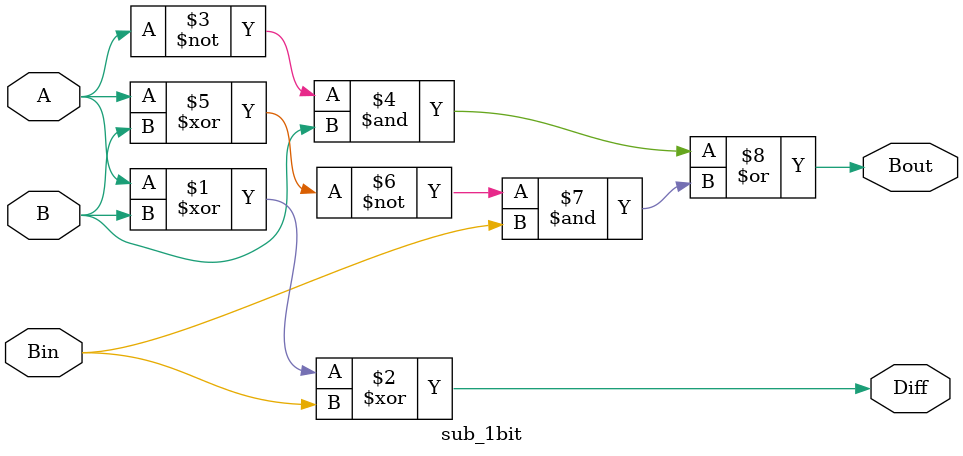
<source format=v>
`timescale 1ns / 1ps


module subtractor(input [3:0]A, input [3:0]B, input Bin, output Bout, output [3:0]Diff);
    
    wire B1, B2, B3;
    
    sub_1bit SUB0(A[0], B[0], Bin, B1, Diff[0]);
    sub_1bit SUB1(A[1], B[1], B1, B2, Diff[1]);
    sub_1bit SUB2(A[2], B[2], B2, B3, Diff[2]);
    sub_1bit SUB3(A[3], B[3], B3, Bout, Diff[3]);
    
endmodule

module sub_1bit(input A, input B, input Bin, output Bout, output Diff);
    
    assign Diff = (A ^ B) ^ Bin ;                   // Difference bit
    
    assign Bout = ((~A)& B) | ((~(A ^ B)) & Bin);   // Borrow bit
    
endmodule

</source>
